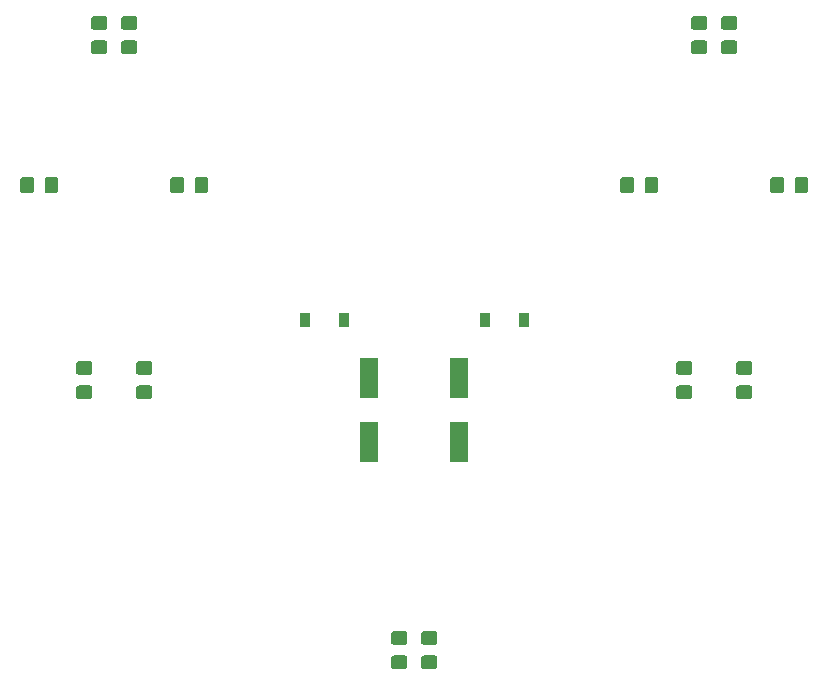
<source format=gbr>
G04 #@! TF.GenerationSoftware,KiCad,Pcbnew,(5.1.5)-3*
G04 #@! TF.CreationDate,2020-07-18T15:31:23-05:00*
G04 #@! TF.ProjectId,Miasma_Main_smd,4d696173-6d61-45f4-9d61-696e5f736d64,rev?*
G04 #@! TF.SameCoordinates,Original*
G04 #@! TF.FileFunction,Paste,Bot*
G04 #@! TF.FilePolarity,Positive*
%FSLAX46Y46*%
G04 Gerber Fmt 4.6, Leading zero omitted, Abs format (unit mm)*
G04 Created by KiCad (PCBNEW (5.1.5)-3) date 2020-07-18 15:31:23*
%MOMM*%
%LPD*%
G04 APERTURE LIST*
%ADD10C,0.100000*%
%ADD11R,0.900000X1.200000*%
%ADD12R,1.600000X3.500000*%
G04 APERTURE END LIST*
D10*
G36*
X146524505Y-112701204D02*
G01*
X146548773Y-112704804D01*
X146572572Y-112710765D01*
X146595671Y-112719030D01*
X146617850Y-112729520D01*
X146638893Y-112742132D01*
X146658599Y-112756747D01*
X146676777Y-112773223D01*
X146693253Y-112791401D01*
X146707868Y-112811107D01*
X146720480Y-112832150D01*
X146730970Y-112854329D01*
X146739235Y-112877428D01*
X146745196Y-112901227D01*
X146748796Y-112925495D01*
X146750000Y-112949999D01*
X146750000Y-113600001D01*
X146748796Y-113624505D01*
X146745196Y-113648773D01*
X146739235Y-113672572D01*
X146730970Y-113695671D01*
X146720480Y-113717850D01*
X146707868Y-113738893D01*
X146693253Y-113758599D01*
X146676777Y-113776777D01*
X146658599Y-113793253D01*
X146638893Y-113807868D01*
X146617850Y-113820480D01*
X146595671Y-113830970D01*
X146572572Y-113839235D01*
X146548773Y-113845196D01*
X146524505Y-113848796D01*
X146500001Y-113850000D01*
X145599999Y-113850000D01*
X145575495Y-113848796D01*
X145551227Y-113845196D01*
X145527428Y-113839235D01*
X145504329Y-113830970D01*
X145482150Y-113820480D01*
X145461107Y-113807868D01*
X145441401Y-113793253D01*
X145423223Y-113776777D01*
X145406747Y-113758599D01*
X145392132Y-113738893D01*
X145379520Y-113717850D01*
X145369030Y-113695671D01*
X145360765Y-113672572D01*
X145354804Y-113648773D01*
X145351204Y-113624505D01*
X145350000Y-113600001D01*
X145350000Y-112949999D01*
X145351204Y-112925495D01*
X145354804Y-112901227D01*
X145360765Y-112877428D01*
X145369030Y-112854329D01*
X145379520Y-112832150D01*
X145392132Y-112811107D01*
X145406747Y-112791401D01*
X145423223Y-112773223D01*
X145441401Y-112756747D01*
X145461107Y-112742132D01*
X145482150Y-112729520D01*
X145504329Y-112719030D01*
X145527428Y-112710765D01*
X145551227Y-112704804D01*
X145575495Y-112701204D01*
X145599999Y-112700000D01*
X146500001Y-112700000D01*
X146524505Y-112701204D01*
G37*
G36*
X146524505Y-114751204D02*
G01*
X146548773Y-114754804D01*
X146572572Y-114760765D01*
X146595671Y-114769030D01*
X146617850Y-114779520D01*
X146638893Y-114792132D01*
X146658599Y-114806747D01*
X146676777Y-114823223D01*
X146693253Y-114841401D01*
X146707868Y-114861107D01*
X146720480Y-114882150D01*
X146730970Y-114904329D01*
X146739235Y-114927428D01*
X146745196Y-114951227D01*
X146748796Y-114975495D01*
X146750000Y-114999999D01*
X146750000Y-115650001D01*
X146748796Y-115674505D01*
X146745196Y-115698773D01*
X146739235Y-115722572D01*
X146730970Y-115745671D01*
X146720480Y-115767850D01*
X146707868Y-115788893D01*
X146693253Y-115808599D01*
X146676777Y-115826777D01*
X146658599Y-115843253D01*
X146638893Y-115857868D01*
X146617850Y-115870480D01*
X146595671Y-115880970D01*
X146572572Y-115889235D01*
X146548773Y-115895196D01*
X146524505Y-115898796D01*
X146500001Y-115900000D01*
X145599999Y-115900000D01*
X145575495Y-115898796D01*
X145551227Y-115895196D01*
X145527428Y-115889235D01*
X145504329Y-115880970D01*
X145482150Y-115870480D01*
X145461107Y-115857868D01*
X145441401Y-115843253D01*
X145423223Y-115826777D01*
X145406747Y-115808599D01*
X145392132Y-115788893D01*
X145379520Y-115767850D01*
X145369030Y-115745671D01*
X145360765Y-115722572D01*
X145354804Y-115698773D01*
X145351204Y-115674505D01*
X145350000Y-115650001D01*
X145350000Y-114999999D01*
X145351204Y-114975495D01*
X145354804Y-114951227D01*
X145360765Y-114927428D01*
X145369030Y-114904329D01*
X145379520Y-114882150D01*
X145392132Y-114861107D01*
X145406747Y-114841401D01*
X145423223Y-114823223D01*
X145441401Y-114806747D01*
X145461107Y-114792132D01*
X145482150Y-114779520D01*
X145504329Y-114769030D01*
X145527428Y-114760765D01*
X145551227Y-114754804D01*
X145575495Y-114751204D01*
X145599999Y-114750000D01*
X146500001Y-114750000D01*
X146524505Y-114751204D01*
G37*
G36*
X143984505Y-114751204D02*
G01*
X144008773Y-114754804D01*
X144032572Y-114760765D01*
X144055671Y-114769030D01*
X144077850Y-114779520D01*
X144098893Y-114792132D01*
X144118599Y-114806747D01*
X144136777Y-114823223D01*
X144153253Y-114841401D01*
X144167868Y-114861107D01*
X144180480Y-114882150D01*
X144190970Y-114904329D01*
X144199235Y-114927428D01*
X144205196Y-114951227D01*
X144208796Y-114975495D01*
X144210000Y-114999999D01*
X144210000Y-115650001D01*
X144208796Y-115674505D01*
X144205196Y-115698773D01*
X144199235Y-115722572D01*
X144190970Y-115745671D01*
X144180480Y-115767850D01*
X144167868Y-115788893D01*
X144153253Y-115808599D01*
X144136777Y-115826777D01*
X144118599Y-115843253D01*
X144098893Y-115857868D01*
X144077850Y-115870480D01*
X144055671Y-115880970D01*
X144032572Y-115889235D01*
X144008773Y-115895196D01*
X143984505Y-115898796D01*
X143960001Y-115900000D01*
X143059999Y-115900000D01*
X143035495Y-115898796D01*
X143011227Y-115895196D01*
X142987428Y-115889235D01*
X142964329Y-115880970D01*
X142942150Y-115870480D01*
X142921107Y-115857868D01*
X142901401Y-115843253D01*
X142883223Y-115826777D01*
X142866747Y-115808599D01*
X142852132Y-115788893D01*
X142839520Y-115767850D01*
X142829030Y-115745671D01*
X142820765Y-115722572D01*
X142814804Y-115698773D01*
X142811204Y-115674505D01*
X142810000Y-115650001D01*
X142810000Y-114999999D01*
X142811204Y-114975495D01*
X142814804Y-114951227D01*
X142820765Y-114927428D01*
X142829030Y-114904329D01*
X142839520Y-114882150D01*
X142852132Y-114861107D01*
X142866747Y-114841401D01*
X142883223Y-114823223D01*
X142901401Y-114806747D01*
X142921107Y-114792132D01*
X142942150Y-114779520D01*
X142964329Y-114769030D01*
X142987428Y-114760765D01*
X143011227Y-114754804D01*
X143035495Y-114751204D01*
X143059999Y-114750000D01*
X143960001Y-114750000D01*
X143984505Y-114751204D01*
G37*
G36*
X143984505Y-112701204D02*
G01*
X144008773Y-112704804D01*
X144032572Y-112710765D01*
X144055671Y-112719030D01*
X144077850Y-112729520D01*
X144098893Y-112742132D01*
X144118599Y-112756747D01*
X144136777Y-112773223D01*
X144153253Y-112791401D01*
X144167868Y-112811107D01*
X144180480Y-112832150D01*
X144190970Y-112854329D01*
X144199235Y-112877428D01*
X144205196Y-112901227D01*
X144208796Y-112925495D01*
X144210000Y-112949999D01*
X144210000Y-113600001D01*
X144208796Y-113624505D01*
X144205196Y-113648773D01*
X144199235Y-113672572D01*
X144190970Y-113695671D01*
X144180480Y-113717850D01*
X144167868Y-113738893D01*
X144153253Y-113758599D01*
X144136777Y-113776777D01*
X144118599Y-113793253D01*
X144098893Y-113807868D01*
X144077850Y-113820480D01*
X144055671Y-113830970D01*
X144032572Y-113839235D01*
X144008773Y-113845196D01*
X143984505Y-113848796D01*
X143960001Y-113850000D01*
X143059999Y-113850000D01*
X143035495Y-113848796D01*
X143011227Y-113845196D01*
X142987428Y-113839235D01*
X142964329Y-113830970D01*
X142942150Y-113820480D01*
X142921107Y-113807868D01*
X142901401Y-113793253D01*
X142883223Y-113776777D01*
X142866747Y-113758599D01*
X142852132Y-113738893D01*
X142839520Y-113717850D01*
X142829030Y-113695671D01*
X142820765Y-113672572D01*
X142814804Y-113648773D01*
X142811204Y-113624505D01*
X142810000Y-113600001D01*
X142810000Y-112949999D01*
X142811204Y-112925495D01*
X142814804Y-112901227D01*
X142820765Y-112877428D01*
X142829030Y-112854329D01*
X142839520Y-112832150D01*
X142852132Y-112811107D01*
X142866747Y-112791401D01*
X142883223Y-112773223D01*
X142901401Y-112756747D01*
X142921107Y-112742132D01*
X142942150Y-112729520D01*
X142964329Y-112719030D01*
X142987428Y-112710765D01*
X143011227Y-112704804D01*
X143035495Y-112701204D01*
X143059999Y-112700000D01*
X143960001Y-112700000D01*
X143984505Y-112701204D01*
G37*
G36*
X122394505Y-91891204D02*
G01*
X122418773Y-91894804D01*
X122442572Y-91900765D01*
X122465671Y-91909030D01*
X122487850Y-91919520D01*
X122508893Y-91932132D01*
X122528599Y-91946747D01*
X122546777Y-91963223D01*
X122563253Y-91981401D01*
X122577868Y-92001107D01*
X122590480Y-92022150D01*
X122600970Y-92044329D01*
X122609235Y-92067428D01*
X122615196Y-92091227D01*
X122618796Y-92115495D01*
X122620000Y-92139999D01*
X122620000Y-92790001D01*
X122618796Y-92814505D01*
X122615196Y-92838773D01*
X122609235Y-92862572D01*
X122600970Y-92885671D01*
X122590480Y-92907850D01*
X122577868Y-92928893D01*
X122563253Y-92948599D01*
X122546777Y-92966777D01*
X122528599Y-92983253D01*
X122508893Y-92997868D01*
X122487850Y-93010480D01*
X122465671Y-93020970D01*
X122442572Y-93029235D01*
X122418773Y-93035196D01*
X122394505Y-93038796D01*
X122370001Y-93040000D01*
X121469999Y-93040000D01*
X121445495Y-93038796D01*
X121421227Y-93035196D01*
X121397428Y-93029235D01*
X121374329Y-93020970D01*
X121352150Y-93010480D01*
X121331107Y-92997868D01*
X121311401Y-92983253D01*
X121293223Y-92966777D01*
X121276747Y-92948599D01*
X121262132Y-92928893D01*
X121249520Y-92907850D01*
X121239030Y-92885671D01*
X121230765Y-92862572D01*
X121224804Y-92838773D01*
X121221204Y-92814505D01*
X121220000Y-92790001D01*
X121220000Y-92139999D01*
X121221204Y-92115495D01*
X121224804Y-92091227D01*
X121230765Y-92067428D01*
X121239030Y-92044329D01*
X121249520Y-92022150D01*
X121262132Y-92001107D01*
X121276747Y-91981401D01*
X121293223Y-91963223D01*
X121311401Y-91946747D01*
X121331107Y-91932132D01*
X121352150Y-91919520D01*
X121374329Y-91909030D01*
X121397428Y-91900765D01*
X121421227Y-91894804D01*
X121445495Y-91891204D01*
X121469999Y-91890000D01*
X122370001Y-91890000D01*
X122394505Y-91891204D01*
G37*
G36*
X122394505Y-89841204D02*
G01*
X122418773Y-89844804D01*
X122442572Y-89850765D01*
X122465671Y-89859030D01*
X122487850Y-89869520D01*
X122508893Y-89882132D01*
X122528599Y-89896747D01*
X122546777Y-89913223D01*
X122563253Y-89931401D01*
X122577868Y-89951107D01*
X122590480Y-89972150D01*
X122600970Y-89994329D01*
X122609235Y-90017428D01*
X122615196Y-90041227D01*
X122618796Y-90065495D01*
X122620000Y-90089999D01*
X122620000Y-90740001D01*
X122618796Y-90764505D01*
X122615196Y-90788773D01*
X122609235Y-90812572D01*
X122600970Y-90835671D01*
X122590480Y-90857850D01*
X122577868Y-90878893D01*
X122563253Y-90898599D01*
X122546777Y-90916777D01*
X122528599Y-90933253D01*
X122508893Y-90947868D01*
X122487850Y-90960480D01*
X122465671Y-90970970D01*
X122442572Y-90979235D01*
X122418773Y-90985196D01*
X122394505Y-90988796D01*
X122370001Y-90990000D01*
X121469999Y-90990000D01*
X121445495Y-90988796D01*
X121421227Y-90985196D01*
X121397428Y-90979235D01*
X121374329Y-90970970D01*
X121352150Y-90960480D01*
X121331107Y-90947868D01*
X121311401Y-90933253D01*
X121293223Y-90916777D01*
X121276747Y-90898599D01*
X121262132Y-90878893D01*
X121249520Y-90857850D01*
X121239030Y-90835671D01*
X121230765Y-90812572D01*
X121224804Y-90788773D01*
X121221204Y-90764505D01*
X121220000Y-90740001D01*
X121220000Y-90089999D01*
X121221204Y-90065495D01*
X121224804Y-90041227D01*
X121230765Y-90017428D01*
X121239030Y-89994329D01*
X121249520Y-89972150D01*
X121262132Y-89951107D01*
X121276747Y-89931401D01*
X121293223Y-89913223D01*
X121311401Y-89896747D01*
X121331107Y-89882132D01*
X121352150Y-89869520D01*
X121374329Y-89859030D01*
X121397428Y-89850765D01*
X121421227Y-89844804D01*
X121445495Y-89841204D01*
X121469999Y-89840000D01*
X122370001Y-89840000D01*
X122394505Y-89841204D01*
G37*
G36*
X173194505Y-91891204D02*
G01*
X173218773Y-91894804D01*
X173242572Y-91900765D01*
X173265671Y-91909030D01*
X173287850Y-91919520D01*
X173308893Y-91932132D01*
X173328599Y-91946747D01*
X173346777Y-91963223D01*
X173363253Y-91981401D01*
X173377868Y-92001107D01*
X173390480Y-92022150D01*
X173400970Y-92044329D01*
X173409235Y-92067428D01*
X173415196Y-92091227D01*
X173418796Y-92115495D01*
X173420000Y-92139999D01*
X173420000Y-92790001D01*
X173418796Y-92814505D01*
X173415196Y-92838773D01*
X173409235Y-92862572D01*
X173400970Y-92885671D01*
X173390480Y-92907850D01*
X173377868Y-92928893D01*
X173363253Y-92948599D01*
X173346777Y-92966777D01*
X173328599Y-92983253D01*
X173308893Y-92997868D01*
X173287850Y-93010480D01*
X173265671Y-93020970D01*
X173242572Y-93029235D01*
X173218773Y-93035196D01*
X173194505Y-93038796D01*
X173170001Y-93040000D01*
X172269999Y-93040000D01*
X172245495Y-93038796D01*
X172221227Y-93035196D01*
X172197428Y-93029235D01*
X172174329Y-93020970D01*
X172152150Y-93010480D01*
X172131107Y-92997868D01*
X172111401Y-92983253D01*
X172093223Y-92966777D01*
X172076747Y-92948599D01*
X172062132Y-92928893D01*
X172049520Y-92907850D01*
X172039030Y-92885671D01*
X172030765Y-92862572D01*
X172024804Y-92838773D01*
X172021204Y-92814505D01*
X172020000Y-92790001D01*
X172020000Y-92139999D01*
X172021204Y-92115495D01*
X172024804Y-92091227D01*
X172030765Y-92067428D01*
X172039030Y-92044329D01*
X172049520Y-92022150D01*
X172062132Y-92001107D01*
X172076747Y-91981401D01*
X172093223Y-91963223D01*
X172111401Y-91946747D01*
X172131107Y-91932132D01*
X172152150Y-91919520D01*
X172174329Y-91909030D01*
X172197428Y-91900765D01*
X172221227Y-91894804D01*
X172245495Y-91891204D01*
X172269999Y-91890000D01*
X173170001Y-91890000D01*
X173194505Y-91891204D01*
G37*
G36*
X173194505Y-89841204D02*
G01*
X173218773Y-89844804D01*
X173242572Y-89850765D01*
X173265671Y-89859030D01*
X173287850Y-89869520D01*
X173308893Y-89882132D01*
X173328599Y-89896747D01*
X173346777Y-89913223D01*
X173363253Y-89931401D01*
X173377868Y-89951107D01*
X173390480Y-89972150D01*
X173400970Y-89994329D01*
X173409235Y-90017428D01*
X173415196Y-90041227D01*
X173418796Y-90065495D01*
X173420000Y-90089999D01*
X173420000Y-90740001D01*
X173418796Y-90764505D01*
X173415196Y-90788773D01*
X173409235Y-90812572D01*
X173400970Y-90835671D01*
X173390480Y-90857850D01*
X173377868Y-90878893D01*
X173363253Y-90898599D01*
X173346777Y-90916777D01*
X173328599Y-90933253D01*
X173308893Y-90947868D01*
X173287850Y-90960480D01*
X173265671Y-90970970D01*
X173242572Y-90979235D01*
X173218773Y-90985196D01*
X173194505Y-90988796D01*
X173170001Y-90990000D01*
X172269999Y-90990000D01*
X172245495Y-90988796D01*
X172221227Y-90985196D01*
X172197428Y-90979235D01*
X172174329Y-90970970D01*
X172152150Y-90960480D01*
X172131107Y-90947868D01*
X172111401Y-90933253D01*
X172093223Y-90916777D01*
X172076747Y-90898599D01*
X172062132Y-90878893D01*
X172049520Y-90857850D01*
X172039030Y-90835671D01*
X172030765Y-90812572D01*
X172024804Y-90788773D01*
X172021204Y-90764505D01*
X172020000Y-90740001D01*
X172020000Y-90089999D01*
X172021204Y-90065495D01*
X172024804Y-90041227D01*
X172030765Y-90017428D01*
X172039030Y-89994329D01*
X172049520Y-89972150D01*
X172062132Y-89951107D01*
X172076747Y-89931401D01*
X172093223Y-89913223D01*
X172111401Y-89896747D01*
X172131107Y-89882132D01*
X172152150Y-89869520D01*
X172174329Y-89859030D01*
X172197428Y-89850765D01*
X172221227Y-89844804D01*
X172245495Y-89841204D01*
X172269999Y-89840000D01*
X173170001Y-89840000D01*
X173194505Y-89841204D01*
G37*
G36*
X127104505Y-74231204D02*
G01*
X127128773Y-74234804D01*
X127152572Y-74240765D01*
X127175671Y-74249030D01*
X127197850Y-74259520D01*
X127218893Y-74272132D01*
X127238599Y-74286747D01*
X127256777Y-74303223D01*
X127273253Y-74321401D01*
X127287868Y-74341107D01*
X127300480Y-74362150D01*
X127310970Y-74384329D01*
X127319235Y-74407428D01*
X127325196Y-74431227D01*
X127328796Y-74455495D01*
X127330000Y-74479999D01*
X127330000Y-75380001D01*
X127328796Y-75404505D01*
X127325196Y-75428773D01*
X127319235Y-75452572D01*
X127310970Y-75475671D01*
X127300480Y-75497850D01*
X127287868Y-75518893D01*
X127273253Y-75538599D01*
X127256777Y-75556777D01*
X127238599Y-75573253D01*
X127218893Y-75587868D01*
X127197850Y-75600480D01*
X127175671Y-75610970D01*
X127152572Y-75619235D01*
X127128773Y-75625196D01*
X127104505Y-75628796D01*
X127080001Y-75630000D01*
X126429999Y-75630000D01*
X126405495Y-75628796D01*
X126381227Y-75625196D01*
X126357428Y-75619235D01*
X126334329Y-75610970D01*
X126312150Y-75600480D01*
X126291107Y-75587868D01*
X126271401Y-75573253D01*
X126253223Y-75556777D01*
X126236747Y-75538599D01*
X126222132Y-75518893D01*
X126209520Y-75497850D01*
X126199030Y-75475671D01*
X126190765Y-75452572D01*
X126184804Y-75428773D01*
X126181204Y-75404505D01*
X126180000Y-75380001D01*
X126180000Y-74479999D01*
X126181204Y-74455495D01*
X126184804Y-74431227D01*
X126190765Y-74407428D01*
X126199030Y-74384329D01*
X126209520Y-74362150D01*
X126222132Y-74341107D01*
X126236747Y-74321401D01*
X126253223Y-74303223D01*
X126271401Y-74286747D01*
X126291107Y-74272132D01*
X126312150Y-74259520D01*
X126334329Y-74249030D01*
X126357428Y-74240765D01*
X126381227Y-74234804D01*
X126405495Y-74231204D01*
X126429999Y-74230000D01*
X127080001Y-74230000D01*
X127104505Y-74231204D01*
G37*
G36*
X125054505Y-74231204D02*
G01*
X125078773Y-74234804D01*
X125102572Y-74240765D01*
X125125671Y-74249030D01*
X125147850Y-74259520D01*
X125168893Y-74272132D01*
X125188599Y-74286747D01*
X125206777Y-74303223D01*
X125223253Y-74321401D01*
X125237868Y-74341107D01*
X125250480Y-74362150D01*
X125260970Y-74384329D01*
X125269235Y-74407428D01*
X125275196Y-74431227D01*
X125278796Y-74455495D01*
X125280000Y-74479999D01*
X125280000Y-75380001D01*
X125278796Y-75404505D01*
X125275196Y-75428773D01*
X125269235Y-75452572D01*
X125260970Y-75475671D01*
X125250480Y-75497850D01*
X125237868Y-75518893D01*
X125223253Y-75538599D01*
X125206777Y-75556777D01*
X125188599Y-75573253D01*
X125168893Y-75587868D01*
X125147850Y-75600480D01*
X125125671Y-75610970D01*
X125102572Y-75619235D01*
X125078773Y-75625196D01*
X125054505Y-75628796D01*
X125030001Y-75630000D01*
X124379999Y-75630000D01*
X124355495Y-75628796D01*
X124331227Y-75625196D01*
X124307428Y-75619235D01*
X124284329Y-75610970D01*
X124262150Y-75600480D01*
X124241107Y-75587868D01*
X124221401Y-75573253D01*
X124203223Y-75556777D01*
X124186747Y-75538599D01*
X124172132Y-75518893D01*
X124159520Y-75497850D01*
X124149030Y-75475671D01*
X124140765Y-75452572D01*
X124134804Y-75428773D01*
X124131204Y-75404505D01*
X124130000Y-75380001D01*
X124130000Y-74479999D01*
X124131204Y-74455495D01*
X124134804Y-74431227D01*
X124140765Y-74407428D01*
X124149030Y-74384329D01*
X124159520Y-74362150D01*
X124172132Y-74341107D01*
X124186747Y-74321401D01*
X124203223Y-74303223D01*
X124221401Y-74286747D01*
X124241107Y-74272132D01*
X124262150Y-74259520D01*
X124284329Y-74249030D01*
X124307428Y-74240765D01*
X124331227Y-74234804D01*
X124355495Y-74231204D01*
X124379999Y-74230000D01*
X125030001Y-74230000D01*
X125054505Y-74231204D01*
G37*
G36*
X121124505Y-62681204D02*
G01*
X121148773Y-62684804D01*
X121172572Y-62690765D01*
X121195671Y-62699030D01*
X121217850Y-62709520D01*
X121238893Y-62722132D01*
X121258599Y-62736747D01*
X121276777Y-62753223D01*
X121293253Y-62771401D01*
X121307868Y-62791107D01*
X121320480Y-62812150D01*
X121330970Y-62834329D01*
X121339235Y-62857428D01*
X121345196Y-62881227D01*
X121348796Y-62905495D01*
X121350000Y-62929999D01*
X121350000Y-63580001D01*
X121348796Y-63604505D01*
X121345196Y-63628773D01*
X121339235Y-63652572D01*
X121330970Y-63675671D01*
X121320480Y-63697850D01*
X121307868Y-63718893D01*
X121293253Y-63738599D01*
X121276777Y-63756777D01*
X121258599Y-63773253D01*
X121238893Y-63787868D01*
X121217850Y-63800480D01*
X121195671Y-63810970D01*
X121172572Y-63819235D01*
X121148773Y-63825196D01*
X121124505Y-63828796D01*
X121100001Y-63830000D01*
X120199999Y-63830000D01*
X120175495Y-63828796D01*
X120151227Y-63825196D01*
X120127428Y-63819235D01*
X120104329Y-63810970D01*
X120082150Y-63800480D01*
X120061107Y-63787868D01*
X120041401Y-63773253D01*
X120023223Y-63756777D01*
X120006747Y-63738599D01*
X119992132Y-63718893D01*
X119979520Y-63697850D01*
X119969030Y-63675671D01*
X119960765Y-63652572D01*
X119954804Y-63628773D01*
X119951204Y-63604505D01*
X119950000Y-63580001D01*
X119950000Y-62929999D01*
X119951204Y-62905495D01*
X119954804Y-62881227D01*
X119960765Y-62857428D01*
X119969030Y-62834329D01*
X119979520Y-62812150D01*
X119992132Y-62791107D01*
X120006747Y-62771401D01*
X120023223Y-62753223D01*
X120041401Y-62736747D01*
X120061107Y-62722132D01*
X120082150Y-62709520D01*
X120104329Y-62699030D01*
X120127428Y-62690765D01*
X120151227Y-62684804D01*
X120175495Y-62681204D01*
X120199999Y-62680000D01*
X121100001Y-62680000D01*
X121124505Y-62681204D01*
G37*
G36*
X121124505Y-60631204D02*
G01*
X121148773Y-60634804D01*
X121172572Y-60640765D01*
X121195671Y-60649030D01*
X121217850Y-60659520D01*
X121238893Y-60672132D01*
X121258599Y-60686747D01*
X121276777Y-60703223D01*
X121293253Y-60721401D01*
X121307868Y-60741107D01*
X121320480Y-60762150D01*
X121330970Y-60784329D01*
X121339235Y-60807428D01*
X121345196Y-60831227D01*
X121348796Y-60855495D01*
X121350000Y-60879999D01*
X121350000Y-61530001D01*
X121348796Y-61554505D01*
X121345196Y-61578773D01*
X121339235Y-61602572D01*
X121330970Y-61625671D01*
X121320480Y-61647850D01*
X121307868Y-61668893D01*
X121293253Y-61688599D01*
X121276777Y-61706777D01*
X121258599Y-61723253D01*
X121238893Y-61737868D01*
X121217850Y-61750480D01*
X121195671Y-61760970D01*
X121172572Y-61769235D01*
X121148773Y-61775196D01*
X121124505Y-61778796D01*
X121100001Y-61780000D01*
X120199999Y-61780000D01*
X120175495Y-61778796D01*
X120151227Y-61775196D01*
X120127428Y-61769235D01*
X120104329Y-61760970D01*
X120082150Y-61750480D01*
X120061107Y-61737868D01*
X120041401Y-61723253D01*
X120023223Y-61706777D01*
X120006747Y-61688599D01*
X119992132Y-61668893D01*
X119979520Y-61647850D01*
X119969030Y-61625671D01*
X119960765Y-61602572D01*
X119954804Y-61578773D01*
X119951204Y-61554505D01*
X119950000Y-61530001D01*
X119950000Y-60879999D01*
X119951204Y-60855495D01*
X119954804Y-60831227D01*
X119960765Y-60807428D01*
X119969030Y-60784329D01*
X119979520Y-60762150D01*
X119992132Y-60741107D01*
X120006747Y-60721401D01*
X120023223Y-60703223D01*
X120041401Y-60686747D01*
X120061107Y-60672132D01*
X120082150Y-60659520D01*
X120104329Y-60649030D01*
X120127428Y-60640765D01*
X120151227Y-60634804D01*
X120175495Y-60631204D01*
X120199999Y-60630000D01*
X121100001Y-60630000D01*
X121124505Y-60631204D01*
G37*
G36*
X177904505Y-74231204D02*
G01*
X177928773Y-74234804D01*
X177952572Y-74240765D01*
X177975671Y-74249030D01*
X177997850Y-74259520D01*
X178018893Y-74272132D01*
X178038599Y-74286747D01*
X178056777Y-74303223D01*
X178073253Y-74321401D01*
X178087868Y-74341107D01*
X178100480Y-74362150D01*
X178110970Y-74384329D01*
X178119235Y-74407428D01*
X178125196Y-74431227D01*
X178128796Y-74455495D01*
X178130000Y-74479999D01*
X178130000Y-75380001D01*
X178128796Y-75404505D01*
X178125196Y-75428773D01*
X178119235Y-75452572D01*
X178110970Y-75475671D01*
X178100480Y-75497850D01*
X178087868Y-75518893D01*
X178073253Y-75538599D01*
X178056777Y-75556777D01*
X178038599Y-75573253D01*
X178018893Y-75587868D01*
X177997850Y-75600480D01*
X177975671Y-75610970D01*
X177952572Y-75619235D01*
X177928773Y-75625196D01*
X177904505Y-75628796D01*
X177880001Y-75630000D01*
X177229999Y-75630000D01*
X177205495Y-75628796D01*
X177181227Y-75625196D01*
X177157428Y-75619235D01*
X177134329Y-75610970D01*
X177112150Y-75600480D01*
X177091107Y-75587868D01*
X177071401Y-75573253D01*
X177053223Y-75556777D01*
X177036747Y-75538599D01*
X177022132Y-75518893D01*
X177009520Y-75497850D01*
X176999030Y-75475671D01*
X176990765Y-75452572D01*
X176984804Y-75428773D01*
X176981204Y-75404505D01*
X176980000Y-75380001D01*
X176980000Y-74479999D01*
X176981204Y-74455495D01*
X176984804Y-74431227D01*
X176990765Y-74407428D01*
X176999030Y-74384329D01*
X177009520Y-74362150D01*
X177022132Y-74341107D01*
X177036747Y-74321401D01*
X177053223Y-74303223D01*
X177071401Y-74286747D01*
X177091107Y-74272132D01*
X177112150Y-74259520D01*
X177134329Y-74249030D01*
X177157428Y-74240765D01*
X177181227Y-74234804D01*
X177205495Y-74231204D01*
X177229999Y-74230000D01*
X177880001Y-74230000D01*
X177904505Y-74231204D01*
G37*
G36*
X175854505Y-74231204D02*
G01*
X175878773Y-74234804D01*
X175902572Y-74240765D01*
X175925671Y-74249030D01*
X175947850Y-74259520D01*
X175968893Y-74272132D01*
X175988599Y-74286747D01*
X176006777Y-74303223D01*
X176023253Y-74321401D01*
X176037868Y-74341107D01*
X176050480Y-74362150D01*
X176060970Y-74384329D01*
X176069235Y-74407428D01*
X176075196Y-74431227D01*
X176078796Y-74455495D01*
X176080000Y-74479999D01*
X176080000Y-75380001D01*
X176078796Y-75404505D01*
X176075196Y-75428773D01*
X176069235Y-75452572D01*
X176060970Y-75475671D01*
X176050480Y-75497850D01*
X176037868Y-75518893D01*
X176023253Y-75538599D01*
X176006777Y-75556777D01*
X175988599Y-75573253D01*
X175968893Y-75587868D01*
X175947850Y-75600480D01*
X175925671Y-75610970D01*
X175902572Y-75619235D01*
X175878773Y-75625196D01*
X175854505Y-75628796D01*
X175830001Y-75630000D01*
X175179999Y-75630000D01*
X175155495Y-75628796D01*
X175131227Y-75625196D01*
X175107428Y-75619235D01*
X175084329Y-75610970D01*
X175062150Y-75600480D01*
X175041107Y-75587868D01*
X175021401Y-75573253D01*
X175003223Y-75556777D01*
X174986747Y-75538599D01*
X174972132Y-75518893D01*
X174959520Y-75497850D01*
X174949030Y-75475671D01*
X174940765Y-75452572D01*
X174934804Y-75428773D01*
X174931204Y-75404505D01*
X174930000Y-75380001D01*
X174930000Y-74479999D01*
X174931204Y-74455495D01*
X174934804Y-74431227D01*
X174940765Y-74407428D01*
X174949030Y-74384329D01*
X174959520Y-74362150D01*
X174972132Y-74341107D01*
X174986747Y-74321401D01*
X175003223Y-74303223D01*
X175021401Y-74286747D01*
X175041107Y-74272132D01*
X175062150Y-74259520D01*
X175084329Y-74249030D01*
X175107428Y-74240765D01*
X175131227Y-74234804D01*
X175155495Y-74231204D01*
X175179999Y-74230000D01*
X175830001Y-74230000D01*
X175854505Y-74231204D01*
G37*
G36*
X171924505Y-62681204D02*
G01*
X171948773Y-62684804D01*
X171972572Y-62690765D01*
X171995671Y-62699030D01*
X172017850Y-62709520D01*
X172038893Y-62722132D01*
X172058599Y-62736747D01*
X172076777Y-62753223D01*
X172093253Y-62771401D01*
X172107868Y-62791107D01*
X172120480Y-62812150D01*
X172130970Y-62834329D01*
X172139235Y-62857428D01*
X172145196Y-62881227D01*
X172148796Y-62905495D01*
X172150000Y-62929999D01*
X172150000Y-63580001D01*
X172148796Y-63604505D01*
X172145196Y-63628773D01*
X172139235Y-63652572D01*
X172130970Y-63675671D01*
X172120480Y-63697850D01*
X172107868Y-63718893D01*
X172093253Y-63738599D01*
X172076777Y-63756777D01*
X172058599Y-63773253D01*
X172038893Y-63787868D01*
X172017850Y-63800480D01*
X171995671Y-63810970D01*
X171972572Y-63819235D01*
X171948773Y-63825196D01*
X171924505Y-63828796D01*
X171900001Y-63830000D01*
X170999999Y-63830000D01*
X170975495Y-63828796D01*
X170951227Y-63825196D01*
X170927428Y-63819235D01*
X170904329Y-63810970D01*
X170882150Y-63800480D01*
X170861107Y-63787868D01*
X170841401Y-63773253D01*
X170823223Y-63756777D01*
X170806747Y-63738599D01*
X170792132Y-63718893D01*
X170779520Y-63697850D01*
X170769030Y-63675671D01*
X170760765Y-63652572D01*
X170754804Y-63628773D01*
X170751204Y-63604505D01*
X170750000Y-63580001D01*
X170750000Y-62929999D01*
X170751204Y-62905495D01*
X170754804Y-62881227D01*
X170760765Y-62857428D01*
X170769030Y-62834329D01*
X170779520Y-62812150D01*
X170792132Y-62791107D01*
X170806747Y-62771401D01*
X170823223Y-62753223D01*
X170841401Y-62736747D01*
X170861107Y-62722132D01*
X170882150Y-62709520D01*
X170904329Y-62699030D01*
X170927428Y-62690765D01*
X170951227Y-62684804D01*
X170975495Y-62681204D01*
X170999999Y-62680000D01*
X171900001Y-62680000D01*
X171924505Y-62681204D01*
G37*
G36*
X171924505Y-60631204D02*
G01*
X171948773Y-60634804D01*
X171972572Y-60640765D01*
X171995671Y-60649030D01*
X172017850Y-60659520D01*
X172038893Y-60672132D01*
X172058599Y-60686747D01*
X172076777Y-60703223D01*
X172093253Y-60721401D01*
X172107868Y-60741107D01*
X172120480Y-60762150D01*
X172130970Y-60784329D01*
X172139235Y-60807428D01*
X172145196Y-60831227D01*
X172148796Y-60855495D01*
X172150000Y-60879999D01*
X172150000Y-61530001D01*
X172148796Y-61554505D01*
X172145196Y-61578773D01*
X172139235Y-61602572D01*
X172130970Y-61625671D01*
X172120480Y-61647850D01*
X172107868Y-61668893D01*
X172093253Y-61688599D01*
X172076777Y-61706777D01*
X172058599Y-61723253D01*
X172038893Y-61737868D01*
X172017850Y-61750480D01*
X171995671Y-61760970D01*
X171972572Y-61769235D01*
X171948773Y-61775196D01*
X171924505Y-61778796D01*
X171900001Y-61780000D01*
X170999999Y-61780000D01*
X170975495Y-61778796D01*
X170951227Y-61775196D01*
X170927428Y-61769235D01*
X170904329Y-61760970D01*
X170882150Y-61750480D01*
X170861107Y-61737868D01*
X170841401Y-61723253D01*
X170823223Y-61706777D01*
X170806747Y-61688599D01*
X170792132Y-61668893D01*
X170779520Y-61647850D01*
X170769030Y-61625671D01*
X170760765Y-61602572D01*
X170754804Y-61578773D01*
X170751204Y-61554505D01*
X170750000Y-61530001D01*
X170750000Y-60879999D01*
X170751204Y-60855495D01*
X170754804Y-60831227D01*
X170760765Y-60807428D01*
X170769030Y-60784329D01*
X170779520Y-60762150D01*
X170792132Y-60741107D01*
X170806747Y-60721401D01*
X170823223Y-60703223D01*
X170841401Y-60686747D01*
X170861107Y-60672132D01*
X170882150Y-60659520D01*
X170904329Y-60649030D01*
X170927428Y-60640765D01*
X170951227Y-60634804D01*
X170975495Y-60631204D01*
X170999999Y-60630000D01*
X171900001Y-60630000D01*
X171924505Y-60631204D01*
G37*
G36*
X168114505Y-89841204D02*
G01*
X168138773Y-89844804D01*
X168162572Y-89850765D01*
X168185671Y-89859030D01*
X168207850Y-89869520D01*
X168228893Y-89882132D01*
X168248599Y-89896747D01*
X168266777Y-89913223D01*
X168283253Y-89931401D01*
X168297868Y-89951107D01*
X168310480Y-89972150D01*
X168320970Y-89994329D01*
X168329235Y-90017428D01*
X168335196Y-90041227D01*
X168338796Y-90065495D01*
X168340000Y-90089999D01*
X168340000Y-90740001D01*
X168338796Y-90764505D01*
X168335196Y-90788773D01*
X168329235Y-90812572D01*
X168320970Y-90835671D01*
X168310480Y-90857850D01*
X168297868Y-90878893D01*
X168283253Y-90898599D01*
X168266777Y-90916777D01*
X168248599Y-90933253D01*
X168228893Y-90947868D01*
X168207850Y-90960480D01*
X168185671Y-90970970D01*
X168162572Y-90979235D01*
X168138773Y-90985196D01*
X168114505Y-90988796D01*
X168090001Y-90990000D01*
X167189999Y-90990000D01*
X167165495Y-90988796D01*
X167141227Y-90985196D01*
X167117428Y-90979235D01*
X167094329Y-90970970D01*
X167072150Y-90960480D01*
X167051107Y-90947868D01*
X167031401Y-90933253D01*
X167013223Y-90916777D01*
X166996747Y-90898599D01*
X166982132Y-90878893D01*
X166969520Y-90857850D01*
X166959030Y-90835671D01*
X166950765Y-90812572D01*
X166944804Y-90788773D01*
X166941204Y-90764505D01*
X166940000Y-90740001D01*
X166940000Y-90089999D01*
X166941204Y-90065495D01*
X166944804Y-90041227D01*
X166950765Y-90017428D01*
X166959030Y-89994329D01*
X166969520Y-89972150D01*
X166982132Y-89951107D01*
X166996747Y-89931401D01*
X167013223Y-89913223D01*
X167031401Y-89896747D01*
X167051107Y-89882132D01*
X167072150Y-89869520D01*
X167094329Y-89859030D01*
X167117428Y-89850765D01*
X167141227Y-89844804D01*
X167165495Y-89841204D01*
X167189999Y-89840000D01*
X168090001Y-89840000D01*
X168114505Y-89841204D01*
G37*
G36*
X168114505Y-91891204D02*
G01*
X168138773Y-91894804D01*
X168162572Y-91900765D01*
X168185671Y-91909030D01*
X168207850Y-91919520D01*
X168228893Y-91932132D01*
X168248599Y-91946747D01*
X168266777Y-91963223D01*
X168283253Y-91981401D01*
X168297868Y-92001107D01*
X168310480Y-92022150D01*
X168320970Y-92044329D01*
X168329235Y-92067428D01*
X168335196Y-92091227D01*
X168338796Y-92115495D01*
X168340000Y-92139999D01*
X168340000Y-92790001D01*
X168338796Y-92814505D01*
X168335196Y-92838773D01*
X168329235Y-92862572D01*
X168320970Y-92885671D01*
X168310480Y-92907850D01*
X168297868Y-92928893D01*
X168283253Y-92948599D01*
X168266777Y-92966777D01*
X168248599Y-92983253D01*
X168228893Y-92997868D01*
X168207850Y-93010480D01*
X168185671Y-93020970D01*
X168162572Y-93029235D01*
X168138773Y-93035196D01*
X168114505Y-93038796D01*
X168090001Y-93040000D01*
X167189999Y-93040000D01*
X167165495Y-93038796D01*
X167141227Y-93035196D01*
X167117428Y-93029235D01*
X167094329Y-93020970D01*
X167072150Y-93010480D01*
X167051107Y-92997868D01*
X167031401Y-92983253D01*
X167013223Y-92966777D01*
X166996747Y-92948599D01*
X166982132Y-92928893D01*
X166969520Y-92907850D01*
X166959030Y-92885671D01*
X166950765Y-92862572D01*
X166944804Y-92838773D01*
X166941204Y-92814505D01*
X166940000Y-92790001D01*
X166940000Y-92139999D01*
X166941204Y-92115495D01*
X166944804Y-92091227D01*
X166950765Y-92067428D01*
X166959030Y-92044329D01*
X166969520Y-92022150D01*
X166982132Y-92001107D01*
X166996747Y-91981401D01*
X167013223Y-91963223D01*
X167031401Y-91946747D01*
X167051107Y-91932132D01*
X167072150Y-91919520D01*
X167094329Y-91909030D01*
X167117428Y-91900765D01*
X167141227Y-91894804D01*
X167165495Y-91891204D01*
X167189999Y-91890000D01*
X168090001Y-91890000D01*
X168114505Y-91891204D01*
G37*
G36*
X118584505Y-60631204D02*
G01*
X118608773Y-60634804D01*
X118632572Y-60640765D01*
X118655671Y-60649030D01*
X118677850Y-60659520D01*
X118698893Y-60672132D01*
X118718599Y-60686747D01*
X118736777Y-60703223D01*
X118753253Y-60721401D01*
X118767868Y-60741107D01*
X118780480Y-60762150D01*
X118790970Y-60784329D01*
X118799235Y-60807428D01*
X118805196Y-60831227D01*
X118808796Y-60855495D01*
X118810000Y-60879999D01*
X118810000Y-61530001D01*
X118808796Y-61554505D01*
X118805196Y-61578773D01*
X118799235Y-61602572D01*
X118790970Y-61625671D01*
X118780480Y-61647850D01*
X118767868Y-61668893D01*
X118753253Y-61688599D01*
X118736777Y-61706777D01*
X118718599Y-61723253D01*
X118698893Y-61737868D01*
X118677850Y-61750480D01*
X118655671Y-61760970D01*
X118632572Y-61769235D01*
X118608773Y-61775196D01*
X118584505Y-61778796D01*
X118560001Y-61780000D01*
X117659999Y-61780000D01*
X117635495Y-61778796D01*
X117611227Y-61775196D01*
X117587428Y-61769235D01*
X117564329Y-61760970D01*
X117542150Y-61750480D01*
X117521107Y-61737868D01*
X117501401Y-61723253D01*
X117483223Y-61706777D01*
X117466747Y-61688599D01*
X117452132Y-61668893D01*
X117439520Y-61647850D01*
X117429030Y-61625671D01*
X117420765Y-61602572D01*
X117414804Y-61578773D01*
X117411204Y-61554505D01*
X117410000Y-61530001D01*
X117410000Y-60879999D01*
X117411204Y-60855495D01*
X117414804Y-60831227D01*
X117420765Y-60807428D01*
X117429030Y-60784329D01*
X117439520Y-60762150D01*
X117452132Y-60741107D01*
X117466747Y-60721401D01*
X117483223Y-60703223D01*
X117501401Y-60686747D01*
X117521107Y-60672132D01*
X117542150Y-60659520D01*
X117564329Y-60649030D01*
X117587428Y-60640765D01*
X117611227Y-60634804D01*
X117635495Y-60631204D01*
X117659999Y-60630000D01*
X118560001Y-60630000D01*
X118584505Y-60631204D01*
G37*
G36*
X118584505Y-62681204D02*
G01*
X118608773Y-62684804D01*
X118632572Y-62690765D01*
X118655671Y-62699030D01*
X118677850Y-62709520D01*
X118698893Y-62722132D01*
X118718599Y-62736747D01*
X118736777Y-62753223D01*
X118753253Y-62771401D01*
X118767868Y-62791107D01*
X118780480Y-62812150D01*
X118790970Y-62834329D01*
X118799235Y-62857428D01*
X118805196Y-62881227D01*
X118808796Y-62905495D01*
X118810000Y-62929999D01*
X118810000Y-63580001D01*
X118808796Y-63604505D01*
X118805196Y-63628773D01*
X118799235Y-63652572D01*
X118790970Y-63675671D01*
X118780480Y-63697850D01*
X118767868Y-63718893D01*
X118753253Y-63738599D01*
X118736777Y-63756777D01*
X118718599Y-63773253D01*
X118698893Y-63787868D01*
X118677850Y-63800480D01*
X118655671Y-63810970D01*
X118632572Y-63819235D01*
X118608773Y-63825196D01*
X118584505Y-63828796D01*
X118560001Y-63830000D01*
X117659999Y-63830000D01*
X117635495Y-63828796D01*
X117611227Y-63825196D01*
X117587428Y-63819235D01*
X117564329Y-63810970D01*
X117542150Y-63800480D01*
X117521107Y-63787868D01*
X117501401Y-63773253D01*
X117483223Y-63756777D01*
X117466747Y-63738599D01*
X117452132Y-63718893D01*
X117439520Y-63697850D01*
X117429030Y-63675671D01*
X117420765Y-63652572D01*
X117414804Y-63628773D01*
X117411204Y-63604505D01*
X117410000Y-63580001D01*
X117410000Y-62929999D01*
X117411204Y-62905495D01*
X117414804Y-62881227D01*
X117420765Y-62857428D01*
X117429030Y-62834329D01*
X117439520Y-62812150D01*
X117452132Y-62791107D01*
X117466747Y-62771401D01*
X117483223Y-62753223D01*
X117501401Y-62736747D01*
X117521107Y-62722132D01*
X117542150Y-62709520D01*
X117564329Y-62699030D01*
X117587428Y-62690765D01*
X117611227Y-62684804D01*
X117635495Y-62681204D01*
X117659999Y-62680000D01*
X118560001Y-62680000D01*
X118584505Y-62681204D01*
G37*
G36*
X165204505Y-74231204D02*
G01*
X165228773Y-74234804D01*
X165252572Y-74240765D01*
X165275671Y-74249030D01*
X165297850Y-74259520D01*
X165318893Y-74272132D01*
X165338599Y-74286747D01*
X165356777Y-74303223D01*
X165373253Y-74321401D01*
X165387868Y-74341107D01*
X165400480Y-74362150D01*
X165410970Y-74384329D01*
X165419235Y-74407428D01*
X165425196Y-74431227D01*
X165428796Y-74455495D01*
X165430000Y-74479999D01*
X165430000Y-75380001D01*
X165428796Y-75404505D01*
X165425196Y-75428773D01*
X165419235Y-75452572D01*
X165410970Y-75475671D01*
X165400480Y-75497850D01*
X165387868Y-75518893D01*
X165373253Y-75538599D01*
X165356777Y-75556777D01*
X165338599Y-75573253D01*
X165318893Y-75587868D01*
X165297850Y-75600480D01*
X165275671Y-75610970D01*
X165252572Y-75619235D01*
X165228773Y-75625196D01*
X165204505Y-75628796D01*
X165180001Y-75630000D01*
X164529999Y-75630000D01*
X164505495Y-75628796D01*
X164481227Y-75625196D01*
X164457428Y-75619235D01*
X164434329Y-75610970D01*
X164412150Y-75600480D01*
X164391107Y-75587868D01*
X164371401Y-75573253D01*
X164353223Y-75556777D01*
X164336747Y-75538599D01*
X164322132Y-75518893D01*
X164309520Y-75497850D01*
X164299030Y-75475671D01*
X164290765Y-75452572D01*
X164284804Y-75428773D01*
X164281204Y-75404505D01*
X164280000Y-75380001D01*
X164280000Y-74479999D01*
X164281204Y-74455495D01*
X164284804Y-74431227D01*
X164290765Y-74407428D01*
X164299030Y-74384329D01*
X164309520Y-74362150D01*
X164322132Y-74341107D01*
X164336747Y-74321401D01*
X164353223Y-74303223D01*
X164371401Y-74286747D01*
X164391107Y-74272132D01*
X164412150Y-74259520D01*
X164434329Y-74249030D01*
X164457428Y-74240765D01*
X164481227Y-74234804D01*
X164505495Y-74231204D01*
X164529999Y-74230000D01*
X165180001Y-74230000D01*
X165204505Y-74231204D01*
G37*
G36*
X163154505Y-74231204D02*
G01*
X163178773Y-74234804D01*
X163202572Y-74240765D01*
X163225671Y-74249030D01*
X163247850Y-74259520D01*
X163268893Y-74272132D01*
X163288599Y-74286747D01*
X163306777Y-74303223D01*
X163323253Y-74321401D01*
X163337868Y-74341107D01*
X163350480Y-74362150D01*
X163360970Y-74384329D01*
X163369235Y-74407428D01*
X163375196Y-74431227D01*
X163378796Y-74455495D01*
X163380000Y-74479999D01*
X163380000Y-75380001D01*
X163378796Y-75404505D01*
X163375196Y-75428773D01*
X163369235Y-75452572D01*
X163360970Y-75475671D01*
X163350480Y-75497850D01*
X163337868Y-75518893D01*
X163323253Y-75538599D01*
X163306777Y-75556777D01*
X163288599Y-75573253D01*
X163268893Y-75587868D01*
X163247850Y-75600480D01*
X163225671Y-75610970D01*
X163202572Y-75619235D01*
X163178773Y-75625196D01*
X163154505Y-75628796D01*
X163130001Y-75630000D01*
X162479999Y-75630000D01*
X162455495Y-75628796D01*
X162431227Y-75625196D01*
X162407428Y-75619235D01*
X162384329Y-75610970D01*
X162362150Y-75600480D01*
X162341107Y-75587868D01*
X162321401Y-75573253D01*
X162303223Y-75556777D01*
X162286747Y-75538599D01*
X162272132Y-75518893D01*
X162259520Y-75497850D01*
X162249030Y-75475671D01*
X162240765Y-75452572D01*
X162234804Y-75428773D01*
X162231204Y-75404505D01*
X162230000Y-75380001D01*
X162230000Y-74479999D01*
X162231204Y-74455495D01*
X162234804Y-74431227D01*
X162240765Y-74407428D01*
X162249030Y-74384329D01*
X162259520Y-74362150D01*
X162272132Y-74341107D01*
X162286747Y-74321401D01*
X162303223Y-74303223D01*
X162321401Y-74286747D01*
X162341107Y-74272132D01*
X162362150Y-74259520D01*
X162384329Y-74249030D01*
X162407428Y-74240765D01*
X162431227Y-74234804D01*
X162455495Y-74231204D01*
X162479999Y-74230000D01*
X163130001Y-74230000D01*
X163154505Y-74231204D01*
G37*
G36*
X169384505Y-60631204D02*
G01*
X169408773Y-60634804D01*
X169432572Y-60640765D01*
X169455671Y-60649030D01*
X169477850Y-60659520D01*
X169498893Y-60672132D01*
X169518599Y-60686747D01*
X169536777Y-60703223D01*
X169553253Y-60721401D01*
X169567868Y-60741107D01*
X169580480Y-60762150D01*
X169590970Y-60784329D01*
X169599235Y-60807428D01*
X169605196Y-60831227D01*
X169608796Y-60855495D01*
X169610000Y-60879999D01*
X169610000Y-61530001D01*
X169608796Y-61554505D01*
X169605196Y-61578773D01*
X169599235Y-61602572D01*
X169590970Y-61625671D01*
X169580480Y-61647850D01*
X169567868Y-61668893D01*
X169553253Y-61688599D01*
X169536777Y-61706777D01*
X169518599Y-61723253D01*
X169498893Y-61737868D01*
X169477850Y-61750480D01*
X169455671Y-61760970D01*
X169432572Y-61769235D01*
X169408773Y-61775196D01*
X169384505Y-61778796D01*
X169360001Y-61780000D01*
X168459999Y-61780000D01*
X168435495Y-61778796D01*
X168411227Y-61775196D01*
X168387428Y-61769235D01*
X168364329Y-61760970D01*
X168342150Y-61750480D01*
X168321107Y-61737868D01*
X168301401Y-61723253D01*
X168283223Y-61706777D01*
X168266747Y-61688599D01*
X168252132Y-61668893D01*
X168239520Y-61647850D01*
X168229030Y-61625671D01*
X168220765Y-61602572D01*
X168214804Y-61578773D01*
X168211204Y-61554505D01*
X168210000Y-61530001D01*
X168210000Y-60879999D01*
X168211204Y-60855495D01*
X168214804Y-60831227D01*
X168220765Y-60807428D01*
X168229030Y-60784329D01*
X168239520Y-60762150D01*
X168252132Y-60741107D01*
X168266747Y-60721401D01*
X168283223Y-60703223D01*
X168301401Y-60686747D01*
X168321107Y-60672132D01*
X168342150Y-60659520D01*
X168364329Y-60649030D01*
X168387428Y-60640765D01*
X168411227Y-60634804D01*
X168435495Y-60631204D01*
X168459999Y-60630000D01*
X169360001Y-60630000D01*
X169384505Y-60631204D01*
G37*
G36*
X169384505Y-62681204D02*
G01*
X169408773Y-62684804D01*
X169432572Y-62690765D01*
X169455671Y-62699030D01*
X169477850Y-62709520D01*
X169498893Y-62722132D01*
X169518599Y-62736747D01*
X169536777Y-62753223D01*
X169553253Y-62771401D01*
X169567868Y-62791107D01*
X169580480Y-62812150D01*
X169590970Y-62834329D01*
X169599235Y-62857428D01*
X169605196Y-62881227D01*
X169608796Y-62905495D01*
X169610000Y-62929999D01*
X169610000Y-63580001D01*
X169608796Y-63604505D01*
X169605196Y-63628773D01*
X169599235Y-63652572D01*
X169590970Y-63675671D01*
X169580480Y-63697850D01*
X169567868Y-63718893D01*
X169553253Y-63738599D01*
X169536777Y-63756777D01*
X169518599Y-63773253D01*
X169498893Y-63787868D01*
X169477850Y-63800480D01*
X169455671Y-63810970D01*
X169432572Y-63819235D01*
X169408773Y-63825196D01*
X169384505Y-63828796D01*
X169360001Y-63830000D01*
X168459999Y-63830000D01*
X168435495Y-63828796D01*
X168411227Y-63825196D01*
X168387428Y-63819235D01*
X168364329Y-63810970D01*
X168342150Y-63800480D01*
X168321107Y-63787868D01*
X168301401Y-63773253D01*
X168283223Y-63756777D01*
X168266747Y-63738599D01*
X168252132Y-63718893D01*
X168239520Y-63697850D01*
X168229030Y-63675671D01*
X168220765Y-63652572D01*
X168214804Y-63628773D01*
X168211204Y-63604505D01*
X168210000Y-63580001D01*
X168210000Y-62929999D01*
X168211204Y-62905495D01*
X168214804Y-62881227D01*
X168220765Y-62857428D01*
X168229030Y-62834329D01*
X168239520Y-62812150D01*
X168252132Y-62791107D01*
X168266747Y-62771401D01*
X168283223Y-62753223D01*
X168301401Y-62736747D01*
X168321107Y-62722132D01*
X168342150Y-62709520D01*
X168364329Y-62699030D01*
X168387428Y-62690765D01*
X168411227Y-62684804D01*
X168435495Y-62681204D01*
X168459999Y-62680000D01*
X169360001Y-62680000D01*
X169384505Y-62681204D01*
G37*
G36*
X117314505Y-89841204D02*
G01*
X117338773Y-89844804D01*
X117362572Y-89850765D01*
X117385671Y-89859030D01*
X117407850Y-89869520D01*
X117428893Y-89882132D01*
X117448599Y-89896747D01*
X117466777Y-89913223D01*
X117483253Y-89931401D01*
X117497868Y-89951107D01*
X117510480Y-89972150D01*
X117520970Y-89994329D01*
X117529235Y-90017428D01*
X117535196Y-90041227D01*
X117538796Y-90065495D01*
X117540000Y-90089999D01*
X117540000Y-90740001D01*
X117538796Y-90764505D01*
X117535196Y-90788773D01*
X117529235Y-90812572D01*
X117520970Y-90835671D01*
X117510480Y-90857850D01*
X117497868Y-90878893D01*
X117483253Y-90898599D01*
X117466777Y-90916777D01*
X117448599Y-90933253D01*
X117428893Y-90947868D01*
X117407850Y-90960480D01*
X117385671Y-90970970D01*
X117362572Y-90979235D01*
X117338773Y-90985196D01*
X117314505Y-90988796D01*
X117290001Y-90990000D01*
X116389999Y-90990000D01*
X116365495Y-90988796D01*
X116341227Y-90985196D01*
X116317428Y-90979235D01*
X116294329Y-90970970D01*
X116272150Y-90960480D01*
X116251107Y-90947868D01*
X116231401Y-90933253D01*
X116213223Y-90916777D01*
X116196747Y-90898599D01*
X116182132Y-90878893D01*
X116169520Y-90857850D01*
X116159030Y-90835671D01*
X116150765Y-90812572D01*
X116144804Y-90788773D01*
X116141204Y-90764505D01*
X116140000Y-90740001D01*
X116140000Y-90089999D01*
X116141204Y-90065495D01*
X116144804Y-90041227D01*
X116150765Y-90017428D01*
X116159030Y-89994329D01*
X116169520Y-89972150D01*
X116182132Y-89951107D01*
X116196747Y-89931401D01*
X116213223Y-89913223D01*
X116231401Y-89896747D01*
X116251107Y-89882132D01*
X116272150Y-89869520D01*
X116294329Y-89859030D01*
X116317428Y-89850765D01*
X116341227Y-89844804D01*
X116365495Y-89841204D01*
X116389999Y-89840000D01*
X117290001Y-89840000D01*
X117314505Y-89841204D01*
G37*
G36*
X117314505Y-91891204D02*
G01*
X117338773Y-91894804D01*
X117362572Y-91900765D01*
X117385671Y-91909030D01*
X117407850Y-91919520D01*
X117428893Y-91932132D01*
X117448599Y-91946747D01*
X117466777Y-91963223D01*
X117483253Y-91981401D01*
X117497868Y-92001107D01*
X117510480Y-92022150D01*
X117520970Y-92044329D01*
X117529235Y-92067428D01*
X117535196Y-92091227D01*
X117538796Y-92115495D01*
X117540000Y-92139999D01*
X117540000Y-92790001D01*
X117538796Y-92814505D01*
X117535196Y-92838773D01*
X117529235Y-92862572D01*
X117520970Y-92885671D01*
X117510480Y-92907850D01*
X117497868Y-92928893D01*
X117483253Y-92948599D01*
X117466777Y-92966777D01*
X117448599Y-92983253D01*
X117428893Y-92997868D01*
X117407850Y-93010480D01*
X117385671Y-93020970D01*
X117362572Y-93029235D01*
X117338773Y-93035196D01*
X117314505Y-93038796D01*
X117290001Y-93040000D01*
X116389999Y-93040000D01*
X116365495Y-93038796D01*
X116341227Y-93035196D01*
X116317428Y-93029235D01*
X116294329Y-93020970D01*
X116272150Y-93010480D01*
X116251107Y-92997868D01*
X116231401Y-92983253D01*
X116213223Y-92966777D01*
X116196747Y-92948599D01*
X116182132Y-92928893D01*
X116169520Y-92907850D01*
X116159030Y-92885671D01*
X116150765Y-92862572D01*
X116144804Y-92838773D01*
X116141204Y-92814505D01*
X116140000Y-92790001D01*
X116140000Y-92139999D01*
X116141204Y-92115495D01*
X116144804Y-92091227D01*
X116150765Y-92067428D01*
X116159030Y-92044329D01*
X116169520Y-92022150D01*
X116182132Y-92001107D01*
X116196747Y-91981401D01*
X116213223Y-91963223D01*
X116231401Y-91946747D01*
X116251107Y-91932132D01*
X116272150Y-91919520D01*
X116294329Y-91909030D01*
X116317428Y-91900765D01*
X116341227Y-91894804D01*
X116365495Y-91891204D01*
X116389999Y-91890000D01*
X117290001Y-91890000D01*
X117314505Y-91891204D01*
G37*
G36*
X114404505Y-74231204D02*
G01*
X114428773Y-74234804D01*
X114452572Y-74240765D01*
X114475671Y-74249030D01*
X114497850Y-74259520D01*
X114518893Y-74272132D01*
X114538599Y-74286747D01*
X114556777Y-74303223D01*
X114573253Y-74321401D01*
X114587868Y-74341107D01*
X114600480Y-74362150D01*
X114610970Y-74384329D01*
X114619235Y-74407428D01*
X114625196Y-74431227D01*
X114628796Y-74455495D01*
X114630000Y-74479999D01*
X114630000Y-75380001D01*
X114628796Y-75404505D01*
X114625196Y-75428773D01*
X114619235Y-75452572D01*
X114610970Y-75475671D01*
X114600480Y-75497850D01*
X114587868Y-75518893D01*
X114573253Y-75538599D01*
X114556777Y-75556777D01*
X114538599Y-75573253D01*
X114518893Y-75587868D01*
X114497850Y-75600480D01*
X114475671Y-75610970D01*
X114452572Y-75619235D01*
X114428773Y-75625196D01*
X114404505Y-75628796D01*
X114380001Y-75630000D01*
X113729999Y-75630000D01*
X113705495Y-75628796D01*
X113681227Y-75625196D01*
X113657428Y-75619235D01*
X113634329Y-75610970D01*
X113612150Y-75600480D01*
X113591107Y-75587868D01*
X113571401Y-75573253D01*
X113553223Y-75556777D01*
X113536747Y-75538599D01*
X113522132Y-75518893D01*
X113509520Y-75497850D01*
X113499030Y-75475671D01*
X113490765Y-75452572D01*
X113484804Y-75428773D01*
X113481204Y-75404505D01*
X113480000Y-75380001D01*
X113480000Y-74479999D01*
X113481204Y-74455495D01*
X113484804Y-74431227D01*
X113490765Y-74407428D01*
X113499030Y-74384329D01*
X113509520Y-74362150D01*
X113522132Y-74341107D01*
X113536747Y-74321401D01*
X113553223Y-74303223D01*
X113571401Y-74286747D01*
X113591107Y-74272132D01*
X113612150Y-74259520D01*
X113634329Y-74249030D01*
X113657428Y-74240765D01*
X113681227Y-74234804D01*
X113705495Y-74231204D01*
X113729999Y-74230000D01*
X114380001Y-74230000D01*
X114404505Y-74231204D01*
G37*
G36*
X112354505Y-74231204D02*
G01*
X112378773Y-74234804D01*
X112402572Y-74240765D01*
X112425671Y-74249030D01*
X112447850Y-74259520D01*
X112468893Y-74272132D01*
X112488599Y-74286747D01*
X112506777Y-74303223D01*
X112523253Y-74321401D01*
X112537868Y-74341107D01*
X112550480Y-74362150D01*
X112560970Y-74384329D01*
X112569235Y-74407428D01*
X112575196Y-74431227D01*
X112578796Y-74455495D01*
X112580000Y-74479999D01*
X112580000Y-75380001D01*
X112578796Y-75404505D01*
X112575196Y-75428773D01*
X112569235Y-75452572D01*
X112560970Y-75475671D01*
X112550480Y-75497850D01*
X112537868Y-75518893D01*
X112523253Y-75538599D01*
X112506777Y-75556777D01*
X112488599Y-75573253D01*
X112468893Y-75587868D01*
X112447850Y-75600480D01*
X112425671Y-75610970D01*
X112402572Y-75619235D01*
X112378773Y-75625196D01*
X112354505Y-75628796D01*
X112330001Y-75630000D01*
X111679999Y-75630000D01*
X111655495Y-75628796D01*
X111631227Y-75625196D01*
X111607428Y-75619235D01*
X111584329Y-75610970D01*
X111562150Y-75600480D01*
X111541107Y-75587868D01*
X111521401Y-75573253D01*
X111503223Y-75556777D01*
X111486747Y-75538599D01*
X111472132Y-75518893D01*
X111459520Y-75497850D01*
X111449030Y-75475671D01*
X111440765Y-75452572D01*
X111434804Y-75428773D01*
X111431204Y-75404505D01*
X111430000Y-75380001D01*
X111430000Y-74479999D01*
X111431204Y-74455495D01*
X111434804Y-74431227D01*
X111440765Y-74407428D01*
X111449030Y-74384329D01*
X111459520Y-74362150D01*
X111472132Y-74341107D01*
X111486747Y-74321401D01*
X111503223Y-74303223D01*
X111521401Y-74286747D01*
X111541107Y-74272132D01*
X111562150Y-74259520D01*
X111584329Y-74249030D01*
X111607428Y-74240765D01*
X111631227Y-74234804D01*
X111655495Y-74231204D01*
X111679999Y-74230000D01*
X112330001Y-74230000D01*
X112354505Y-74231204D01*
G37*
D11*
X154050000Y-86360000D03*
X150750000Y-86360000D03*
X138810000Y-86360000D03*
X135510000Y-86360000D03*
D12*
X140970000Y-91280000D03*
X140970000Y-96680000D03*
X148590000Y-96680000D03*
X148590000Y-91280000D03*
M02*

</source>
